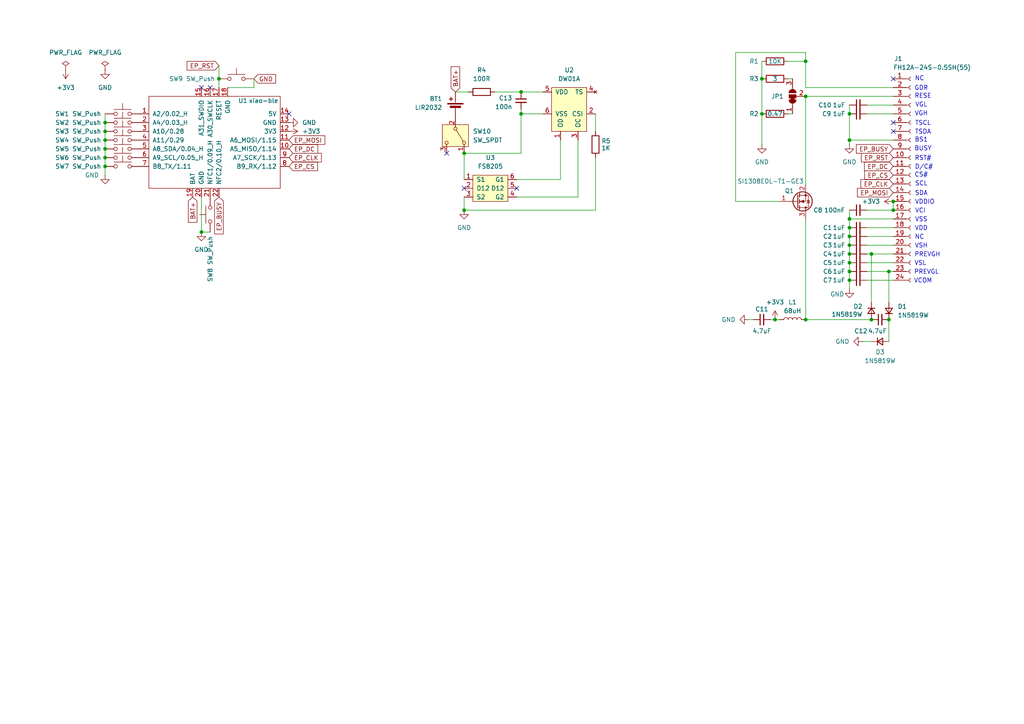
<source format=kicad_sch>
(kicad_sch (version 20250114) (generator "eeschema") (generator_version "9.0")
  (paper "A4")
  (lib_symbols
    (symbol "Connector:Conn_01x24_Socket" (pin_names (offset 1.016) (hide yes))
      (property "Reference" "J" (at 0 30.48 0))
      (property "Value" "Conn_01x24_Socket" (at 0 -33.02 0))
      (symbol "Conn_01x24_Socket_1_1"
        (polyline (pts (xy -1.27 27.94) (xy -0.508 27.94)) (stroke (width 0.1524)))
        (polyline (pts (xy -1.27 25.4) (xy -0.508 25.4)) (stroke (width 0.1524)))
        (polyline (pts (xy -1.27 22.86) (xy -0.508 22.86)) (stroke (width 0.1524)))
        (polyline (pts (xy -1.27 20.32) (xy -0.508 20.32)) (stroke (width 0.1524)))
        (polyline (pts (xy -1.27 17.78) (xy -0.508 17.78)) (stroke (width 0.1524)))
        (polyline (pts (xy -1.27 15.24) (xy -0.508 15.24)) (stroke (width 0.1524)))
        (polyline (pts (xy -1.27 12.7) (xy -0.508 12.7)) (stroke (width 0.1524)))
        (polyline (pts (xy -1.27 10.16) (xy -0.508 10.16)) (stroke (width 0.1524)))
        (polyline (pts (xy -1.27 7.62) (xy -0.508 7.62)) (stroke (width 0.1524)))
        (polyline (pts (xy -1.27 5.08) (xy -0.508 5.08)) (stroke (width 0.1524)))
        (polyline (pts (xy -1.27 2.54) (xy -0.508 2.54)) (stroke (width 0.1524)))
        (polyline (pts (xy -1.27 0) (xy -0.508 0)) (stroke (width 0.1524)))
        (polyline (pts (xy -1.27 -2.54) (xy -0.508 -2.54)) (stroke (width 0.1524)))
        (polyline (pts (xy -1.27 -5.08) (xy -0.508 -5.08)) (stroke (width 0.1524)))
        (polyline (pts (xy -1.27 -7.62) (xy -0.508 -7.62)) (stroke (width 0.1524)))
        (polyline (pts (xy -1.27 -10.16) (xy -0.508 -10.16)) (stroke (width 0.1524)))
        (polyline (pts (xy -1.27 -12.7) (xy -0.508 -12.7)) (stroke (width 0.1524)))
        (polyline (pts (xy -1.27 -15.24) (xy -0.508 -15.24)) (stroke (width 0.1524)))
        (polyline (pts (xy -1.27 -17.78) (xy -0.508 -17.78)) (stroke (width 0.1524)))
        (polyline (pts (xy -1.27 -20.32) (xy -0.508 -20.32)) (stroke (width 0.1524)))
        (polyline (pts (xy -1.27 -22.86) (xy -0.508 -22.86)) (stroke (width 0.1524)))
        (polyline (pts (xy -1.27 -25.4) (xy -0.508 -25.4)) (stroke (width 0.1524)))
        (polyline (pts (xy -1.27 -27.94) (xy -0.508 -27.94)) (stroke (width 0.1524)))
        (polyline (pts (xy -1.27 -30.48) (xy -0.508 -30.48)) (stroke (width 0.1524)))
        (arc (start 0 27.432) (mid -0.5058 27.94) (end 0 28.448) (stroke (width 0.1524)))
        (arc (start 0 24.892) (mid -0.5058 25.4) (end 0 25.908) (stroke (width 0.1524)))
        (arc (start 0 22.352) (mid -0.5058 22.86) (end 0 23.368) (stroke (width 0.1524)))
        (arc (start 0 19.812) (mid -0.5058 20.32) (end 0 20.828) (stroke (width 0.1524)))
        (arc (start 0 17.272) (mid -0.5058 17.78) (end 0 18.288) (stroke (width 0.1524)))
        (arc (start 0 14.732) (mid -0.5058 15.24) (end 0 15.748) (stroke (width 0.1524)))
        (arc (start 0 12.192) (mid -0.5058 12.7) (end 0 13.208) (stroke (width 0.1524)))
        (arc (start 0 9.652) (mid -0.5058 10.16) (end 0 10.668) (stroke (width 0.1524)))
        (arc (start 0 7.112) (mid -0.5058 7.62) (end 0 8.128) (stroke (width 0.1524)))
        (arc (start 0 4.572) (mid -0.5058 5.08) (end 0 5.588) (stroke (width 0.1524)))
        (arc (start 0 2.032) (mid -0.5058 2.54) (end 0 3.048) (stroke (width 0.1524)))
        (arc (start 0 -0.508) (mid -0.5058 0) (end 0 0.508) (stroke (width 0.1524)))
        (arc (start 0 -3.048) (mid -0.5058 -2.54) (end 0 -2.032) (stroke (width 0.1524)))
        (arc (start 0 -5.588) (mid -0.5058 -5.08) (end 0 -4.572) (stroke (width 0.1524)))
        (arc (start 0 -8.128) (mid -0.5058 -7.62) (end 0 -7.112) (stroke (width 0.1524)))
        (arc (start 0 -10.668) (mid -0.5058 -10.16) (end 0 -9.652) (stroke (width 0.1524)))
        (arc (start 0 -13.208) (mid -0.5058 -12.7) (end 0 -12.192) (stroke (width 0.1524)))
        (arc (start 0 -15.748) (mid -0.5058 -15.24) (end 0 -14.732) (stroke (width 0.1524)))
        (arc (start 0 -18.288) (mid -0.5058 -17.78) (end 0 -17.272) (stroke (width 0.1524)))
        (arc (start 0 -20.828) (mid -0.5058 -20.32) (end 0 -19.812) (stroke (width 0.1524)))
        (arc (start 0 -23.368) (mid -0.5058 -22.86) (end 0 -22.352) (stroke (width 0.1524)))
        (arc (start 0 -25.908) (mid -0.5058 -25.4) (end 0 -24.892) (stroke (width 0.1524)))
        (arc (start 0 -28.448) (mid -0.5058 -27.94) (end 0 -27.432) (stroke (width 0.1524)))
        (arc (start 0 -30.988) (mid -0.5058 -30.48) (end 0 -29.972) (stroke (width 0.1524)))
        (pin passive line (at -5.08 27.94 0) (length 3.81) (name "Pin_1") (number "1"))
        (pin passive line (at -5.08 25.4 0) (length 3.81) (name "Pin_2") (number "2"))
        (pin passive line (at -5.08 22.86 0) (length 3.81) (name "Pin_3") (number "3"))
        (pin passive line (at -5.08 20.32 0) (length 3.81) (name "Pin_4") (number "4"))
        (pin passive line (at -5.08 17.78 0) (length 3.81) (name "Pin_5") (number "5"))
        (pin passive line (at -5.08 15.24 0) (length 3.81) (name "Pin_6") (number "6"))
        (pin passive line (at -5.08 12.7 0) (length 3.81) (name "Pin_7") (number "7"))
        (pin passive line (at -5.08 10.16 0) (length 3.81) (name "Pin_8") (number "8"))
        (pin passive line (at -5.08 7.62 0) (length 3.81) (name "Pin_9") (number "9"))
        (pin passive line (at -5.08 5.08 0) (length 3.81) (name "Pin_10") (number "10"))
        (pin passive line (at -5.08 2.54 0) (length 3.81) (name "Pin_11") (number "11"))
        (pin passive line (at -5.08 0 0) (length 3.81) (name "Pin_12") (number "12"))
        (pin passive line (at -5.08 -2.54 0) (length 3.81) (name "Pin_13") (number "13"))
        (pin passive line (at -5.08 -5.08 0) (length 3.81) (name "Pin_14") (number "14"))
        (pin passive line (at -5.08 -7.62 0) (length 3.81) (name "Pin_15") (number "15"))
        (pin passive line (at -5.08 -10.16 0) (length 3.81) (name "Pin_16") (number "16"))
        (pin passive line (at -5.08 -12.7 0) (length 3.81) (name "Pin_17") (number "17"))
        (pin passive line (at -5.08 -15.24 0) (length 3.81) (name "Pin_18") (number "18"))
        (pin passive line (at -5.08 -17.78 0) (length 3.81) (name "Pin_19") (number "19"))
        (pin passive line (at -5.08 -20.32 0) (length 3.81) (name "Pin_20") (number "20"))
        (pin passive line (at -5.08 -22.86 0) (length 3.81) (name "Pin_21") (number "21"))
        (pin passive line (at -5.08 -25.4 0) (length 3.81) (name "Pin_22") (number "22"))
        (pin passive line (at -5.08 -27.94 0) (length 3.81) (name "Pin_23") (number "23"))
        (pin passive line (at -5.08 -30.48 0) (length 3.81) (name "Pin_24") (number "24"))
      )
    )
    (symbol "Device:Battery_Cell" (pin_numbers (hide yes)) (pin_names (offset 0) (hide yes))
      (property "Reference" "BT" (at 2.54 2.54 0))
      (property "Value" "Battery_Cell" (at 2.54 0 0))
      (symbol "Battery_Cell_0_1"
        (rectangle (start -2.286 1.778) (end 2.286 1.524) (fill (type outline)))
        (rectangle (start -1.524 1.016) (end 1.524 0.508) (fill (type outline)))
        (polyline (pts (xy 0 1.778) (xy 0 2.54)))
        (polyline (pts (xy 0 0.762) (xy 0 0)))
        (polyline (pts (xy 0.762 3.048) (xy 1.778 3.048)) (stroke (width 0.254)))
        (polyline (pts (xy 1.27 3.556) (xy 1.27 2.54)) (stroke (width 0.254)))
      )
      (symbol "Battery_Cell_1_1"
        (pin passive line (at 0 5.08 270) (length 2.54) (name "+") (number "1"))
        (pin passive line (at 0 -2.54 90) (length 2.54) (name "-") (number "2"))
      )
    )
    (symbol "Device:C_Small" (pin_numbers (hide yes)) (pin_names (offset 0.254) (hide yes))
      (property "Reference" "C" (at 0.254 1.778 0))
      (property "Value" "C_Small" (at 0.254 -2.032 0))
      (symbol "C_Small_0_1"
        (polyline (pts (xy -1.524 0.508) (xy 1.524 0.508)) (stroke (width 0.3048)))
        (polyline (pts (xy -1.524 -0.508) (xy 1.524 -0.508)) (stroke (width 0.3302)))
      )
      (symbol "C_Small_1_1"
        (pin passive line (at 0 2.54 270) (length 2.032) (name "~") (number "1"))
        (pin passive line (at 0 -2.54 90) (length 2.032) (name "~") (number "2"))
      )
    )
    (symbol "Device:D_Small" (pin_numbers (hide yes)) (pin_names (offset 0.254) (hide yes))
      (property "Reference" "D" (at -1.27 2.032 0))
      (property "Value" "D_Small" (at -3.81 -2.032 0))
      (symbol "D_Small_0_1"
        (polyline (pts (xy -0.762 0) (xy 0.762 0)))
        (polyline (pts (xy -0.762 -1.016) (xy -0.762 1.016)) (stroke (width 0.254)))
        (polyline (pts (xy 0.762 -1.016) (xy -0.762 0) (xy 0.762 1.016) (xy 0.762 -1.016)) (stroke (width 0.254)))
      )
      (symbol "D_Small_1_1"
        (pin passive line (at -2.54 0 0) (length 1.778) (name "K") (number "1"))
        (pin passive line (at 2.54 0 180) (length 1.778) (name "A") (number "2"))
      )
    )
    (symbol "Device:L" (pin_numbers (hide yes)) (pin_names (offset 1.016) (hide yes))
      (property "Reference" "L" (at -1.27 0 90))
      (property "Value" "L" (at 1.905 0 90))
      (symbol "L_0_1"
        (arc (start 0 2.54) (mid 0.6323 1.905) (end 0 1.27))
        (arc (start 0 1.27) (mid 0.6323 0.635) (end 0 0))
        (arc (start 0 0) (mid 0.6323 -0.635) (end 0 -1.27))
        (arc (start 0 -1.27) (mid 0.6323 -1.905) (end 0 -2.54))
      )
      (symbol "L_1_1"
        (pin passive line (at 0 3.81 270) (length 1.27) (name "1") (number "1"))
        (pin passive line (at 0 -3.81 90) (length 1.27) (name "2") (number "2"))
      )
    )
    (symbol "Device:R" (pin_numbers (hide yes)) (pin_names (offset 0))
      (property "Reference" "R" (at 2.032 0 90))
      (property "Value" "R" (at 0 0 90))
      (symbol "R_0_1"
        (rectangle (start -1.016 -2.54) (end 1.016 2.54) (stroke (width 0.254)))
      )
      (symbol "R_1_1"
        (pin passive line (at 0 3.81 270) (length 1.27) (name "~") (number "1"))
        (pin passive line (at 0 -3.81 90) (length 1.27) (name "~") (number "2"))
      )
    )
    (symbol "Jumper:SolderJumper_3_Bridged12" (pin_names (offset 0) (hide yes)) (in_bom no)
      (property "Reference" "JP" (at -2.54 -2.54 0))
      (property "Value" "SolderJumper_3_Bridged12" (at 0 2.794 0))
      (symbol "SolderJumper_3_Bridged12_0_1"
        (polyline (pts (xy -2.54 0) (xy -2.032 0)))
        (polyline (pts (xy -1.016 1.016) (xy -1.016 -1.016)))
        (rectangle (start -1.016 0.508) (end -0.508 -0.508) (fill (type outline)))
        (arc (start -1.016 -1.016) (mid -2.0276 0) (end -1.016 1.016))
        (arc (start -1.016 -1.016) (mid -2.0276 0) (end -1.016 1.016) (fill (type outline)))
        (rectangle (start -0.508 1.016) (end 0.508 -1.016) (fill (type outline)))
        (polyline (pts (xy 0 -1.27) (xy 0 -1.016)))
        (arc (start 1.016 1.016) (mid 2.0276 0) (end 1.016 -1.016))
        (arc (start 1.016 1.016) (mid 2.0276 0) (end 1.016 -1.016) (fill (type outline)))
        (polyline (pts (xy 1.016 1.016) (xy 1.016 -1.016)))
        (polyline (pts (xy 2.54 0) (xy 2.032 0)))
      )
      (symbol "SolderJumper_3_Bridged12_1_1"
        (pin passive line (at -5.08 0 0) (length 2.54) (name "A") (number "1"))
        (pin passive line (at 0 -3.81 90) (length 2.54) (name "C") (number "2"))
        (pin passive line (at 5.08 0 180) (length 2.54) (name "B") (number "3"))
      )
    )
    (symbol "PCM_marbastlib-various:DW01A" (pin_names (offset 1.016))
      (property "Reference" "U" (at -5.08 7.62 0))
      (property "Value" "DW01A" (at 2.54 7.62 0))
      (symbol "DW01A_0_1"
        (rectangle (start -5.08 6.35) (end 5.08 -6.35) (fill (type background)))
      )
      (symbol "DW01A_1_1"
        (pin power_in line (at -7.62 5.08 0) (length 2.54) (name "VDD") (number "5"))
        (pin power_in line (at -7.62 -1.27 0) (length 2.54) (name "VSS") (number "6"))
        (pin output line (at -2.54 -8.89 90) (length 2.54) (name "OD") (number "1"))
        (pin output line (at 2.54 -8.89 90) (length 2.54) (name "OC") (number "3"))
        (pin no_connect line (at 7.62 5.08 180) (length 2.54) (name "TS") (number "4"))
        (pin input line (at 7.62 -1.27 180) (length 2.54) (name "CSI") (number "2"))
      )
    )
    (symbol "PCM_marbastlib-various:FS8205" (pin_names (offset 1.016))
      (property "Reference" "U" (at -3.81 5.08 0))
      (property "Value" "FS8205" (at -1.27 -5.08 0))
      (symbol "FS8205_0_1"
        (rectangle (start -5.08 3.81) (end 5.08 -3.81) (fill (type background)))
      )
      (symbol "FS8205_1_1"
        (pin power_in line (at -7.62 2.54 0) (length 2.54) (name "S1") (number "1"))
        (pin power_in line (at -7.62 0 0) (length 2.54) (name "D12") (number "2"))
        (pin power_in line (at -7.62 -2.54 0) (length 2.54) (name "S2") (number "3"))
        (pin input line (at 7.62 2.54 180) (length 2.54) (name "G1") (number "6"))
        (pin power_in line (at 7.62 0 180) (length 2.54) (name "D12") (number "5"))
        (pin input line (at 7.62 -2.54 180) (length 2.54) (name "G2") (number "4"))
      )
    )
    (symbol "Switch:SW_Push" (pin_numbers (hide yes)) (pin_names (offset 1.016) (hide yes))
      (property "Reference" "SW" (at 1.27 2.54 0))
      (property "Value" "SW_Push" (at 0 -1.524 0))
      (symbol "SW_Push_0_1"
        (circle (center -2.032 0) (radius 0.508))
        (polyline (pts (xy 0 1.27) (xy 0 3.048)))
        (circle (center 2.032 0) (radius 0.508))
        (polyline (pts (xy 2.54 1.27) (xy -2.54 1.27)))
        (pin passive line (at -5.08 0 0) (length 2.54) (name "1") (number "1"))
        (pin passive line (at 5.08 0 180) (length 2.54) (name "2") (number "2"))
      )
    )
    (symbol "Switch:SW_SPDT" (pin_names (offset 0) (hide yes))
      (property "Reference" "SW" (at 0 5.08 0))
      (property "Value" "SW_SPDT" (at 0 -5.08 0))
      (symbol "SW_SPDT_0_1"
        (circle (center -2.032 0) (radius 0.4572))
        (polyline (pts (xy -1.651 0.254) (xy 1.651 2.286)))
        (circle (center 2.032 2.54) (radius 0.4572))
        (circle (center 2.032 -2.54) (radius 0.4572))
      )
      (symbol "SW_SPDT_1_1"
        (rectangle (start -3.175 3.81) (end 3.175 -3.81) (fill (type background)))
        (pin passive line (at -5.08 0 0) (length 2.54) (name "B") (number "2"))
        (pin passive line (at 5.08 2.54 180) (length 2.54) (name "A") (number "1"))
        (pin passive line (at 5.08 -2.54 180) (length 2.54) (name "C") (number "3"))
      )
    )
    (symbol "Transistor_FET:2N7002" (pin_names (hide yes))
      (property "Reference" "Q" (at 5.08 1.905 0))
      (property "Value" "2N7002" (at 5.08 0 0))
      (symbol "2N7002_0_1"
        (polyline (pts (xy 0.254 1.905) (xy 0.254 -1.905)) (stroke (width 0.254)))
        (polyline (pts (xy 0.254 0) (xy -2.54 0)))
        (polyline (pts (xy 0.762 2.286) (xy 0.762 1.27)) (stroke (width 0.254)))
        (polyline (pts (xy 0.762 0.508) (xy 0.762 -0.508)) (stroke (width 0.254)))
        (polyline (pts (xy 0.762 -1.27) (xy 0.762 -2.286)) (stroke (width 0.254)))
        (polyline (pts (xy 0.762 -1.778) (xy 3.302 -1.778) (xy 3.302 1.778) (xy 0.762 1.778)))
        (polyline (pts (xy 1.016 0) (xy 2.032 0.381) (xy 2.032 -0.381) (xy 1.016 0)) (fill (type outline)))
        (circle (center 1.651 0) (radius 2.794) (stroke (width 0.254)))
        (polyline (pts (xy 2.54 2.54) (xy 2.54 1.778)))
        (circle (center 2.54 1.778) (radius 0.254) (fill (type outline)))
        (circle (center 2.54 -1.778) (radius 0.254) (fill (type outline)))
        (polyline (pts (xy 2.54 -2.54) (xy 2.54 0) (xy 0.762 0)))
        (polyline (pts (xy 2.794 0.508) (xy 2.921 0.381) (xy 3.683 0.381) (xy 3.81 0.254)))
        (polyline (pts (xy 3.302 0.381) (xy 2.921 -0.254) (xy 3.683 -0.254) (xy 3.302 0.381)))
      )
      (symbol "2N7002_1_1"
        (pin input line (at -5.08 0 0) (length 2.54) (name "G") (number "1"))
        (pin passive line (at 2.54 5.08 270) (length 2.54) (name "D") (number "3"))
        (pin passive line (at 2.54 -5.08 90) (length 2.54) (name "S") (number "2"))
      )
    )
    (symbol "power:+3V3" (power) (pin_numbers (hide yes)) (pin_names (offset 0) (hide yes))
      (property "Value" "+3V3" (at 0 3.556 0))
      (symbol "+3V3_0_1"
        (polyline (pts (xy -0.762 1.27) (xy 0 2.54)))
        (polyline (pts (xy 0 2.54) (xy 0.762 1.27)))
        (polyline (pts (xy 0 0) (xy 0 2.54)))
      )
      (symbol "+3V3_1_1"
        (pin power_in line (at 0 0 90) (length 0) (name "~") (number "1"))
      )
    )
    (symbol "power:GND" (power) (pin_numbers (hide yes)) (pin_names (offset 0) (hide yes))
      (property "Value" "GND" (at 0 -3.81 0))
      (symbol "GND_0_1"
        (polyline (pts (xy 0 0) (xy 0 -1.27) (xy 1.27 -1.27) (xy 0 -2.54) (xy -1.27 -1.27) (xy 0 -1.27)))
      )
      (symbol "GND_1_1"
        (pin power_in line (at 0 0 270) (length 0) (name "~") (number "1"))
      )
    )
    (symbol "power:PWR_FLAG" (power) (pin_numbers (hide yes)) (pin_names (offset 0) (hide yes))
      (property "Value" "PWR_FLAG" (at 0 3.81 0))
      (symbol "PWR_FLAG_0_0"
        (pin power_out line (at 0 0 90) (length 0) (name "~") (number "1"))
      )
      (symbol "PWR_FLAG_0_1"
        (polyline (pts (xy 0 0) (xy 0 1.27) (xy -1.016 1.905) (xy 0 2.54) (xy 1.016 1.905) (xy 0 1.27)))
      )
    )
    (symbol "xiao-ble:xiao-ble" (pin_names (offset 1.016))
      (property "Reference" "U1" (at 5.8294 17.78 0))
      (property "Value" "xiao-ble" (at 5.8294 15.24 0))
      (symbol "xiao-ble_0_1"
        (rectangle (start -19.05 12.7) (end 19.05 -13.97))
      )
      (symbol "xiao-ble_1_1"
        (pin bidirectional line (at -21.59 7.62 0) (length 2.54) (name "A2/0.02_H") (number "1"))
        (pin bidirectional line (at -21.59 5.08 0) (length 2.54) (name "A4/0.03_H") (number "2"))
        (pin bidirectional line (at -21.59 2.54 0) (length 2.54) (name "A10/0.28") (number "3"))
        (pin bidirectional line (at -21.59 0 0) (length 2.54) (name "A11/0.29") (number "4"))
        (pin bidirectional line (at -21.59 -2.54 0) (length 2.54) (name "A8_SDA/0.04_H") (number "5"))
        (pin bidirectional line (at -21.59 -5.08 0) (length 2.54) (name "A9_SCL/0.05_H") (number "6"))
        (pin bidirectional line (at -21.59 -7.62 0) (length 2.54) (name "B8_TX/1.11") (number "7"))
        (pin bidirectional line (at -6.35 -16.51 90) (length 2.54) (name "BAT") (number "19"))
        (pin input line (at -3.81 15.24 270) (length 2.54) (name "A31_SWDIO") (number "15"))
        (pin power_out line (at -3.81 -16.51 90) (length 2.54) (name "GND") (number "20"))
        (pin input line (at -1.27 15.24 270) (length 2.54) (name "A30_SWCLK") (number "16"))
        (pin bidirectional line (at -1.27 -16.51 90) (length 2.54) (name "NFC1/0.09_H") (number "21"))
        (pin input line (at 1.27 15.24 270) (length 2.54) (name "RESET") (number "17"))
        (pin bidirectional line (at 1.27 -16.51 90) (length 2.54) (name "NFC2/0.10_H") (number "22"))
        (pin power_out line (at 3.81 15.24 270) (length 2.54) (name "GND") (number "18"))
        (pin power_out line (at 21.59 7.62 180) (length 2.54) (name "5V") (number "14"))
        (pin power_out line (at 21.59 5.08 180) (length 2.54) (name "GND") (number "13"))
        (pin power_out line (at 21.59 2.54 180) (length 2.54) (name "3V3") (number "12"))
        (pin bidirectional line (at 21.59 0 180) (length 2.54) (name "A6_MOSI/1.15") (number "11"))
        (pin bidirectional line (at 21.59 -2.54 180) (length 2.54) (name "A5_MISO/1.14") (number "10"))
        (pin bidirectional line (at 21.59 -5.08 180) (length 2.54) (name "A7_SCK/1.13") (number "9"))
        (pin bidirectional line (at 21.59 -7.62 180) (length 2.54) (name "B9_RX/1.12") (number "8"))
      )
    )
  )
  (text "BS1" (at 267.208 40.64 0) (effects (font (size 1.27 1.27))))
  (text "VCI" (at 266.954 61.214 0) (effects (font (size 1.27 1.27))))
  (text "VSS" (at 267.208 63.754 0) (effects (font (size 1.27 1.27))))
  (text "SCL" (at 267.208 53.34 0) (effects (font (size 1.27 1.27))))
  (text "VCOM" (at 267.716 81.534 0) (effects (font (size 1.27 1.27))))
  (text "VSL" (at 266.954 76.454 0) (effects (font (size 1.27 1.27))))
  (text "BUSY" (at 267.716 43.18 0) (effects (font (size 1.27 1.27))))
  (text "PREVGL" (at 268.732 78.994 0) (effects (font (size 1.27 1.27))))
  (text "NC" (at 266.7 68.834 0) (effects (font (size 1.27 1.27))))
  (text "TSDA" (at 267.716 38.354 0) (effects (font (size 1.27 1.27))))
  (text "D/C#" (at 267.97 48.514 0) (effects (font (size 1.27 1.27))))
  (text "NC\n" (at 266.7 22.86 0) (effects (font (size 1.27 1.27))))
  (text "SDA" (at 267.208 56.134 0) (effects (font (size 1.27 1.27))))
  (text "VDDIO" (at 268.224 58.674 0) (effects (font (size 1.27 1.27))))
  (text "RST#" (at 267.716 45.974 0) (effects (font (size 1.27 1.27))))
  (text "VGL" (at 267.208 30.48 0) (effects (font (size 1.27 1.27))))
  (text "GDR" (at 267.208 25.654 0) (effects (font (size 1.27 1.27))))
  (text "CS#" (at 267.208 50.8 0) (effects (font (size 1.27 1.27))))
  (text "TSCL" (at 267.716 35.814 0) (effects (font (size 1.27 1.27))))
  (text "PREVGH" (at 268.986 73.914 0) (effects (font (size 1.27 1.27))))
  (text "VSH" (at 267.208 71.374 0) (effects (font (size 1.27 1.27))))
  (text "RESE" (at 267.716 27.94 0) (effects (font (size 1.27 1.27))))
  (text "VDD" (at 267.208 66.294 0) (effects (font (size 1.27 1.27))))
  (text "VGH" (at 267.208 33.02 0) (effects (font (size 1.27 1.27))))
  (junction (at 246.38 78.74))
  (junction (at 30.48 48.26))
  (junction (at 30.48 38.1))
  (junction (at 30.48 45.72))
  (junction (at 63.5 22.86))
  (junction (at 220.98 22.86))
  (junction (at 246.38 33.02))
  (junction (at 259.08 60.96))
  (junction (at 233.68 27.94))
  (junction (at 151.13 26.67))
  (junction (at 134.62 44.45))
  (junction (at 58.42 67.31))
  (junction (at 252.73 92.71))
  (junction (at 257.81 92.71))
  (junction (at 246.38 68.58))
  (junction (at 30.48 40.64))
  (junction (at 252.73 73.66))
  (junction (at 30.48 35.56))
  (junction (at 151.13 33.02))
  (junction (at 257.81 78.74))
  (junction (at 30.48 43.18))
  (junction (at 134.62 60.96))
  (junction (at 246.38 81.28))
  (junction (at 246.38 73.66))
  (junction (at 246.38 76.2))
  (junction (at 224.79 92.71))
  (junction (at 246.38 66.04))
  (junction (at 246.38 63.5))
  (junction (at 246.38 40.64))
  (junction (at 220.98 33.02))
  (junction (at 246.38 71.12))
  (junction (at 233.68 17.78))
  (junction (at 233.68 92.71))
  (junction (at 259.08 58.42))
  (no_connect (at 58.42 25.4))
  (no_connect (at 129.54 44.45))
  (no_connect (at 149.86 54.61))
  (no_connect (at 259.08 35.56))
  (no_connect (at 60.96 25.4))
  (no_connect (at 83.82 33.02))
  (no_connect (at 259.08 38.1))
  (no_connect (at 259.08 22.86))
  (no_connect (at 134.62 54.61))
  (wire (pts (xy 246.38 78.74) (xy 246.38 81.28)))
  (wire (pts (xy 250.19 99.06) (xy 252.73 99.06)))
  (wire (pts (xy 151.13 33.02) (xy 151.13 44.45)))
  (wire (pts (xy 246.38 81.28) (xy 246.38 83.82)))
  (wire (pts (xy 213.36 58.42) (xy 226.06 58.42)))
  (wire (pts (xy 151.13 26.67) (xy 157.48 26.67)))
  (wire (pts (xy 246.38 33.02) (xy 246.38 40.64)))
  (wire (pts (xy 233.68 17.78) (xy 233.68 15.24)))
  (wire (pts (xy 151.13 33.02) (xy 157.48 33.02)))
  (wire (pts (xy 259.08 58.42) (xy 259.08 60.96)))
  (wire (pts (xy 259.08 25.4) (xy 233.68 25.4)))
  (wire (pts (xy 220.98 22.86) (xy 220.98 33.02)))
  (wire (pts (xy 132.08 26.67) (xy 135.89 26.67)))
  (wire (pts (xy 251.46 33.02) (xy 259.08 33.02)))
  (wire (pts (xy 30.48 45.72) (xy 30.48 48.26)))
  (wire (pts (xy 257.81 78.74) (xy 259.08 78.74)))
  (wire (pts (xy 246.38 73.66) (xy 246.38 76.2)))
  (wire (pts (xy 228.6 22.86) (xy 229.87 22.86)))
  (wire (pts (xy 63.5 19.05) (xy 63.5 22.86)))
  (wire (pts (xy 149.86 57.15) (xy 167.64 57.15)))
  (wire (pts (xy 233.68 25.4) (xy 233.68 17.78)))
  (wire (pts (xy 220.98 17.78) (xy 220.98 22.86)))
  (wire (pts (xy 228.6 33.02) (xy 229.87 33.02)))
  (wire (pts (xy 233.68 15.24) (xy 213.36 15.24)))
  (wire (pts (xy 257.81 92.71) (xy 257.81 99.06)))
  (wire (pts (xy 251.46 73.66) (xy 252.73 73.66)))
  (wire (pts (xy 58.42 67.31) (xy 60.96 67.31)))
  (wire (pts (xy 233.68 53.34) (xy 233.68 27.94)))
  (wire (pts (xy 220.98 33.02) (xy 220.98 41.91)))
  (wire (pts (xy 30.48 38.1) (xy 30.48 40.64)))
  (wire (pts (xy 228.6 17.78) (xy 233.68 17.78)))
  (wire (pts (xy 246.38 68.58) (xy 246.38 71.12)))
  (wire (pts (xy 172.72 60.96) (xy 134.62 60.96)))
  (wire (pts (xy 246.38 60.96) (xy 246.38 63.5)))
  (wire (pts (xy 213.36 15.24) (xy 213.36 58.42)))
  (wire (pts (xy 246.38 30.48) (xy 246.38 33.02)))
  (wire (pts (xy 251.46 60.96) (xy 259.08 60.96)))
  (wire (pts (xy 259.08 63.5) (xy 246.38 63.5)))
  (wire (pts (xy 58.42 57.15) (xy 58.42 67.31)))
  (wire (pts (xy 233.68 63.5) (xy 233.68 92.71)))
  (wire (pts (xy 259.08 40.64) (xy 246.38 40.64)))
  (wire (pts (xy 223.52 92.71) (xy 224.79 92.71)))
  (wire (pts (xy 252.73 92.71) (xy 233.68 92.71)))
  (wire (pts (xy 246.38 76.2) (xy 246.38 78.74)))
  (wire (pts (xy 63.5 22.86) (xy 63.5 25.4)))
  (wire (pts (xy 30.48 43.18) (xy 30.48 45.72)))
  (wire (pts (xy 73.66 25.4) (xy 73.66 22.86)))
  (wire (pts (xy 252.73 73.66) (xy 259.08 73.66)))
  (wire (pts (xy 217.17 92.71) (xy 218.44 92.71)))
  (wire (pts (xy 257.81 78.74) (xy 257.81 87.63)))
  (wire (pts (xy 30.48 35.56) (xy 30.48 38.1)))
  (wire (pts (xy 162.56 40.64) (xy 162.56 52.07)))
  (wire (pts (xy 246.38 63.5) (xy 246.38 66.04)))
  (wire (pts (xy 30.48 40.64) (xy 30.48 43.18)))
  (wire (pts (xy 134.62 44.45) (xy 151.13 44.45)))
  (wire (pts (xy 149.86 52.07) (xy 162.56 52.07)))
  (wire (pts (xy 143.51 26.67) (xy 151.13 26.67)))
  (wire (pts (xy 167.64 40.64) (xy 167.64 57.15)))
  (wire (pts (xy 246.38 40.64) (xy 246.38 41.91)))
  (wire (pts (xy 251.46 68.58) (xy 259.08 68.58)))
  (wire (pts (xy 252.73 73.66) (xy 252.73 87.63)))
  (wire (pts (xy 251.46 30.48) (xy 259.08 30.48)))
  (wire (pts (xy 246.38 71.12) (xy 246.38 73.66)))
  (wire (pts (xy 134.62 57.15) (xy 134.62 60.96)))
  (wire (pts (xy 233.68 27.94) (xy 259.08 27.94)))
  (wire (pts (xy 151.13 31.75) (xy 151.13 33.02)))
  (wire (pts (xy 246.38 66.04) (xy 246.38 68.58)))
  (wire (pts (xy 251.46 71.12) (xy 259.08 71.12)))
  (wire (pts (xy 224.79 92.71) (xy 226.06 92.71)))
  (wire (pts (xy 251.46 78.74) (xy 257.81 78.74)))
  (wire (pts (xy 251.46 66.04) (xy 259.08 66.04)))
  (wire (pts (xy 251.46 81.28) (xy 259.08 81.28)))
  (wire (pts (xy 172.72 45.72) (xy 172.72 60.96)))
  (wire (pts (xy 66.04 25.4) (xy 73.66 25.4)))
  (wire (pts (xy 251.46 76.2) (xy 259.08 76.2)))
  (wire (pts (xy 134.62 44.45) (xy 134.62 52.07)))
  (wire (pts (xy 30.48 33.02) (xy 30.48 35.56)))
  (wire (pts (xy 30.48 48.26) (xy 30.48 50.8)))
  (wire (pts (xy 172.72 33.02) (xy 172.72 38.1)))
  (global_label "EP_CLK" (shape input) (at 83.82 45.72 0) (property "Intersheetrefs" "${INTERSHEET_REFS}" (effects (hide yes))))
  (global_label "GND" (shape input) (at 73.66 22.86 0) (property "Intersheetrefs" "${INTERSHEET_REFS}" (effects (hide yes))))
  (global_label "EP_RST" (shape input) (at 63.5 19.05 180) (property "Intersheetrefs" "${INTERSHEET_REFS}" (effects (hide yes))))
  (global_label "EP_DC" (shape input) (at 259.08 48.26 180) (property "Intersheetrefs" "${INTERSHEET_REFS}" (effects (hide yes))))
  (global_label "EP_BUSY" (shape input) (at 63.5 57.15 270) (property "Intersheetrefs" "${INTERSHEET_REFS}" (effects (hide yes))))
  (global_label "EP_MOSI" (shape input) (at 83.82 40.64 0) (property "Intersheetrefs" "${INTERSHEET_REFS}" (effects (hide yes))))
  (global_label "BAT+" (shape input) (at 132.08 26.67 90) (property "Intersheetrefs" "${INTERSHEET_REFS}" (effects (hide yes))))
  (global_label "EP_CS" (shape input) (at 83.82 48.26 0) (property "Intersheetrefs" "${INTERSHEET_REFS}" (effects (hide yes))))
  (global_label "EP_CLK" (shape input) (at 259.08 53.34 180) (property "Intersheetrefs" "${INTERSHEET_REFS}" (effects (hide yes))))
  (global_label "BAT+" (shape input) (at 55.88 57.15 270) (property "Intersheetrefs" "${INTERSHEET_REFS}" (effects (hide yes))))
  (global_label "EP_BUSY" (shape input) (at 259.08 43.18 180) (property "Intersheetrefs" "${INTERSHEET_REFS}" (effects (hide yes))))
  (global_label "EP_CS" (shape input) (at 259.08 50.8 180) (property "Intersheetrefs" "${INTERSHEET_REFS}" (effects (hide yes))))
  (global_label "EP_RST" (shape input) (at 259.08 45.72 180) (property "Intersheetrefs" "${INTERSHEET_REFS}" (effects (hide yes))))
  (global_label "EP_DC" (shape input) (at 83.82 43.18 0) (property "Intersheetrefs" "${INTERSHEET_REFS}" (effects (hide yes))))
  (global_label "EP_MOSI" (shape input) (at 259.08 55.88 180) (property "Intersheetrefs" "${INTERSHEET_REFS}" (effects (hide yes))))
  (symbol (lib_id "PCM_marbastlib-various:FS8205") (at 142.24 54.61 0) (unit 1)
    (property "Reference" "U3" (at 142.24 45.72 0))
    (property "Value" "FS8205" (at 142.24 48.26 0))
    (property "Footprint" "Package_TO_SOT_SMD:SOT-23-6_Handsoldering" (effects (hide yes)))
    (property "Datasheet" "https://datasheet.lcsc.com/szlcsc/Fortune-Semicon-FS8205_C32254.pdf" (effects (hide yes)))
    (property "Description" "Dual N-Channel enhancement mode power MOSFET" (effects (hide yes)))
    (property "LCSC" "C32254" (effects (hide yes)))
  )
  (symbol (lib_id "power:GND") (at 30.48 50.8 0) (unit 1)
    (property "Reference" "#PWR017" (effects (hide yes)))
    (property "Value" "GND" (at 26.67 50.8 0))
    (property "Description" "Power symbol creates a global label with name \"GND\" , ground" (effects (hide yes)))
  )
  (symbol (lib_id "Device:C_Small") (at 248.92 60.96 90) (unit 1)
    (property "Reference" "C8" (at 237.236 60.96 90))
    (property "Value" "100nF" (at 242.062 60.96 90))
    (property "Footprint" "Capacitor_SMD:C_0805_2012Metric_Pad1.18x1.45mm_HandSolder" (effects (hide yes)))
    (property "Description" "Unpolarized capacitor, small symbol" (effects (hide yes)))
  )
  (symbol (lib_id "Switch:SW_SPDT") (at 132.08 39.37 270) (unit 1)
    (property "Reference" "SW10" (at 137.16 38.0999 90) (effects (justify left)))
    (property "Value" "SW_SPDT" (at 137.16 40.6399 90) (effects (justify left)))
    (property "Footprint" "Button_Switch_SMD:SW_SPDT_PCM12" (effects (hide yes)))
    (property "Description" "Switch, single pole double throw" (effects (hide yes)))
  )
  (symbol (lib_id "Device:C_Small") (at 220.98 92.71 90) (unit 1)
    (property "Reference" "C11" (at 220.98 89.662 90))
    (property "Value" "4.7uF" (at 220.98 96.012 90))
    (property "Footprint" "Capacitor_SMD:C_0805_2012Metric_Pad1.18x1.45mm_HandSolder" (effects (hide yes)))
    (property "Description" "Unpolarized capacitor, small symbol" (effects (hide yes)))
  )
  (symbol (lib_id "power:GND") (at 58.42 67.31 0) (unit 1)
    (property "Reference" "#PWR014" (effects (hide yes)))
    (property "Value" "GND" (at 58.42 72.39 0))
    (property "Description" "Power symbol creates a global label with name \"GND\" , ground" (effects (hide yes)))
  )
  (symbol (lib_id "xiao-ble:xiao-ble") (at 62.23 40.64 0) (unit 1)
    (property "Reference" "U1" (at 69.088 29.21 0) (effects (justify left)))
    (property "Value" "xiao-ble" (at 72.136 29.21 0) (effects (justify left)))
    (property "Footprint" "Project:xiao-ble-smd-cutout-nfc" (effects (hide yes)))
  )
  (symbol (lib_id "Switch:SW_Push") (at 68.58 22.86 0) (unit 1)
    (property "Reference" "SW9" (at 51.054 22.86 0))
    (property "Value" "SW_Push" (at 58.166 22.86 0))
    (property "Footprint" "Button_Switch_SMD:SW_SPST_CK_KMS2xxGP" (effects (hide yes)))
    (property "Description" "Push button switch, generic, two pins" (effects (hide yes)))
  )
  (symbol (lib_id "Device:C_Small") (at 248.92 66.04 90) (unit 1)
    (property "Reference" "C1" (at 240.03 66.04 90))
    (property "Value" "1uF" (at 243.332 66.04 90))
    (property "Footprint" "Capacitor_SMD:C_0805_2012Metric_Pad1.18x1.45mm_HandSolder" (effects (hide yes)))
    (property "Description" "Unpolarized capacitor, small symbol" (effects (hide yes)))
  )
  (symbol (lib_id "power:GND") (at 134.62 60.96 0) (unit 1)
    (property "Reference" "#PWR08" (effects (hide yes)))
    (property "Value" "GND" (at 134.62 66.04 0))
    (property "Description" "Power symbol creates a global label with name \"GND\" , ground" (effects (hide yes)))
  )
  (symbol (lib_id "Device:D_Small") (at 257.81 90.17 90) (unit 1)
    (property "Reference" "D1" (at 260.35 88.8999 90) (effects (justify right)))
    (property "Value" "1N5819W" (at 260.35 91.4399 90) (effects (justify right)))
    (property "Footprint" "Diode_SMD:D_SOD-123F" (effects (hide yes)))
    (property "Description" "Diode, small symbol" (effects (hide yes)))
    (property "Sim.Device" "D" (effects (hide yes)))
    (property "Sim.Pins" "1=K 2=A" (effects (hide yes)))
  )
  (symbol (lib_id "Switch:SW_Push") (at 35.56 38.1 0) (unit 1)
    (property "Reference" "SW3" (at 18.034 38.1 0))
    (property "Value" "SW_Push" (at 25.146 38.1 0))
    (property "Footprint" "Button_Switch_SMD:SW_Push_SPST_NO_Alps_SKRK" (effects (hide yes)))
    (property "Description" "Push button switch, generic, two pins" (effects (hide yes)))
  )
  (symbol (lib_id "Device:R") (at 139.7 26.67 90) (unit 1)
    (property "Reference" "R4" (at 139.7 20.32 90))
    (property "Value" "100R" (at 139.7 22.86 90))
    (property "Footprint" "Resistor_SMD:R_0805_2012Metric_Pad1.20x1.40mm_HandSolder" (effects (hide yes)))
    (property "Description" "Resistor" (effects (hide yes)))
  )
  (symbol (lib_id "power:GND") (at 246.38 41.91 0) (unit 1)
    (property "Reference" "#PWR02" (effects (hide yes)))
    (property "Value" "GND" (at 246.38 46.99 0))
    (property "Description" "Power symbol creates a global label with name \"GND\" , ground" (effects (hide yes)))
  )
  (symbol (lib_id "Device:C_Small") (at 248.92 81.28 90) (unit 1)
    (property "Reference" "C7" (at 240.03 81.28 90))
    (property "Value" "1uF" (at 243.332 81.28 90))
    (property "Footprint" "Capacitor_SMD:C_0805_2012Metric_Pad1.18x1.45mm_HandSolder" (effects (hide yes)))
    (property "Description" "Unpolarized capacitor, small symbol" (effects (hide yes)))
  )
  (symbol (lib_id "power:GND") (at 30.48 20.32 0) (unit 1)
    (property "Reference" "#PWR010" (effects (hide yes)))
    (property "Value" "GND" (at 30.48 25.4 0))
    (property "Description" "Power symbol creates a global label with name \"GND\" , ground" (effects (hide yes)))
  )
  (symbol (lib_id "power:PWR_FLAG") (at 30.48 20.32 0) (unit 1)
    (property "Reference" "#FLG02" (effects (hide yes)))
    (property "Value" "PWR_FLAG" (at 30.48 15.24 0))
    (property "Description" "Special symbol for telling ERC where power comes from" (effects (hide yes)))
  )
  (symbol (lib_id "Device:C_Small") (at 248.92 73.66 90) (unit 1)
    (property "Reference" "C4" (at 240.03 73.66 90))
    (property "Value" "1uF" (at 243.332 73.66 90))
    (property "Footprint" "Capacitor_SMD:C_0805_2012Metric_Pad1.18x1.45mm_HandSolder" (effects (hide yes)))
    (property "Description" "Unpolarized capacitor, small symbol" (effects (hide yes)))
  )
  (symbol (lib_id "Device:C_Small") (at 248.92 78.74 90) (unit 1)
    (property "Reference" "C6" (at 240.03 78.74 90))
    (property "Value" "1uF" (at 243.332 78.74 90))
    (property "Footprint" "Capacitor_SMD:C_0805_2012Metric_Pad1.18x1.45mm_HandSolder" (effects (hide yes)))
    (property "Description" "Unpolarized capacitor, small symbol" (effects (hide yes)))
  )
  (symbol (lib_id "Switch:SW_Push") (at 35.56 48.26 0) (unit 1)
    (property "Reference" "SW7" (at 18.034 48.26 0))
    (property "Value" "SW_Push" (at 25.146 48.26 0))
    (property "Footprint" "Button_Switch_SMD:SW_Push_SPST_NO_Alps_SKRK" (effects (hide yes)))
    (property "Description" "Push button switch, generic, two pins" (effects (hide yes)))
  )
  (symbol (lib_id "Switch:SW_Push") (at 35.56 35.56 0) (unit 1)
    (property "Reference" "SW2" (at 18.034 35.56 0))
    (property "Value" "SW_Push" (at 25.146 35.56 0))
    (property "Footprint" "Button_Switch_SMD:SW_Push_SPST_NO_Alps_SKRK" (effects (hide yes)))
    (property "Description" "Push button switch, generic, two pins" (effects (hide yes)))
  )
  (symbol (lib_id "Device:C_Small") (at 151.13 29.21 0) (unit 1)
    (property "Reference" "C13" (at 148.59 28.448 0) (effects (justify right)))
    (property "Value" "100n" (at 148.59 30.988 0) (effects (justify right)))
    (property "Footprint" "Capacitor_SMD:C_0805_2012Metric_Pad1.18x1.45mm_HandSolder" (effects (hide yes)))
    (property "Description" "Unpolarized capacitor, small symbol" (effects (hide yes)))
  )
  (symbol (lib_id "power:+3V3") (at 83.82 38.1 270) (unit 1)
    (property "Reference" "#PWR012" (effects (hide yes)))
    (property "Value" "+3V3" (at 87.63 38.0999 90) (effects (justify left)))
    (property "Description" "Power symbol creates a global label with name \"+3V3\"" (effects (hide yes)))
  )
  (symbol (lib_id "power:+3V3") (at 19.05 20.32 180) (unit 1)
    (property "Reference" "#PWR09" (effects (hide yes)))
    (property "Value" "+3V3" (at 19.05 25.4 0))
    (property "Description" "Power symbol creates a global label with name \"+3V3\"" (effects (hide yes)))
  )
  (symbol (lib_id "Jumper:SolderJumper_3_Bridged12") (at 229.87 27.94 90) (unit 1) (in_bom no)
    (property "Reference" "JP1" (at 227.33 27.9399 90) (effects (justify left)))
    (property "Value" "SolderJumper_3_Bridged12" (effects (hide yes)))
    (property "Footprint" "Jumper:SolderJumper-3_P1.3mm_Bridged12_Pad1.0x1.5mm" (effects (hide yes)))
    (property "Description" "3-pole Solder Jumper, pins 1+2 closed/bridged" (effects (hide yes)))
  )
  (symbol (lib_id "power:GND") (at 246.38 83.82 0) (unit 1)
    (property "Reference" "#PWR01" (effects (hide yes)))
    (property "Value" "GND" (at 242.824 85.344 0))
    (property "Description" "Power symbol creates a global label with name \"GND\" , ground" (effects (hide yes)))
  )
  (symbol (lib_id "Device:C_Small") (at 255.27 92.71 90) (unit 1)
    (property "Reference" "C12" (at 249.682 96.012 90))
    (property "Value" "4.7uF" (at 254.508 96.012 90))
    (property "Footprint" "Capacitor_SMD:C_0805_2012Metric_Pad1.18x1.45mm_HandSolder" (effects (hide yes)))
    (property "Description" "Unpolarized capacitor, small symbol" (effects (hide yes)))
  )
  (symbol (lib_id "Switch:SW_Push") (at 35.56 45.72 0) (unit 1)
    (property "Reference" "SW6" (at 18.034 45.72 0))
    (property "Value" "SW_Push" (at 25.146 45.72 0))
    (property "Footprint" "Button_Switch_SMD:SW_Push_SPST_NO_Alps_SKRK" (effects (hide yes)))
    (property "Description" "Push button switch, generic, two pins" (effects (hide yes)))
  )
  (symbol (lib_id "power:GND") (at 250.19 99.06 270) (unit 1)
    (property "Reference" "#PWR05" (effects (hide yes)))
    (property "Value" "GND" (at 246.38 99.0599 90) (effects (justify right)))
    (property "Description" "Power symbol creates a global label with name \"GND\" , ground" (effects (hide yes)))
  )
  (symbol (lib_id "power:GND") (at 83.82 35.56 90) (unit 1)
    (property "Reference" "#PWR013" (effects (hide yes)))
    (property "Value" "GND" (at 87.63 35.5599 90) (effects (justify right)))
    (property "Description" "Power symbol creates a global label with name \"GND\" , ground" (effects (hide yes)))
  )
  (symbol (lib_id "Switch:SW_Push") (at 35.56 33.02 0) (unit 1)
    (property "Reference" "SW1" (at 18.034 33.02 0))
    (property "Value" "SW_Push" (at 25.146 33.02 0))
    (property "Footprint" "Button_Switch_SMD:SW_Push_SPST_NO_Alps_SKRK" (effects (hide yes)))
    (property "Description" "Push button switch, generic, two pins" (effects (hide yes)))
  )
  (symbol (lib_id "Switch:SW_Push") (at 35.56 40.64 0) (unit 1)
    (property "Reference" "SW4" (at 18.034 40.64 0))
    (property "Value" "SW_Push" (at 25.146 40.64 0))
    (property "Footprint" "Button_Switch_SMD:SW_Push_SPST_NO_Alps_SKRK" (effects (hide yes)))
    (property "Description" "Push button switch, generic, two pins" (effects (hide yes)))
  )
  (symbol (lib_id "Switch:SW_Push") (at 60.96 62.23 90) (unit 1)
    (property "Reference" "SW8" (at 60.96 79.756 0))
    (property "Value" "SW_Push" (at 60.96 72.644 0))
    (property "Footprint" "Button_Switch_SMD:SW_Push_SPST_NO_Alps_SKRK" (effects (hide yes)))
    (property "Description" "Push button switch, generic, two pins" (effects (hide yes)))
  )
  (symbol (lib_id "Connector:Conn_01x24_Socket") (at 264.16 50.8 0) (unit 1)
    (property "Reference" "J1" (at 259.334 17.018 0) (effects (justify left)))
    (property "Value" "FH12A-24S-0.5SH(55)" (at 259.08 19.558 0) (effects (justify left)))
    (property "Footprint" "Connector_FFC-FPC:Hirose_FH12-24S-0.5SH_1x24-1MP_P0.50mm_Horizontal" (effects (hide yes)))
    (property "Description" "Generic connector, single row, 01x24, script generated" (effects (hide yes)))
  )
  (symbol (lib_id "Device:R") (at 224.79 33.02 90) (unit 1)
    (property "Reference" "R2" (at 218.694 33.02 90))
    (property "Value" "0.47" (at 224.79 33.02 90))
    (property "Footprint" "Resistor_SMD:R_0805_2012Metric_Pad1.20x1.40mm_HandSolder" (effects (hide yes)))
    (property "Description" "Resistor" (effects (hide yes)))
  )
  (symbol (lib_id "power:GND") (at 220.98 41.91 0) (unit 1)
    (property "Reference" "#PWR03" (effects (hide yes)))
    (property "Value" "GND" (at 220.98 46.99 0))
    (property "Description" "Power symbol creates a global label with name \"GND\" , ground" (effects (hide yes)))
  )
  (symbol (lib_id "Device:D_Small") (at 252.73 90.17 270) (unit 1)
    (property "Reference" "D2" (at 250.19 88.9 90) (effects (justify right)))
    (property "Value" "1N5819W" (at 250.19 91.1861 90) (effects (justify right)))
    (property "Footprint" "Diode_SMD:D_SOD-123F" (effects (hide yes)))
    (property "Description" "Diode, small symbol" (effects (hide yes)))
    (property "Sim.Device" "D" (effects (hide yes)))
    (property "Sim.Pins" "1=K 2=A" (effects (hide yes)))
  )
  (symbol (lib_id "Device:Battery_Cell") (at 132.08 31.75 0) (mirror y) (unit 1)
    (property "Reference" "BT1" (at 128.27 28.6384 0) (effects (justify left)))
    (property "Value" "LIR2032" (at 128.27 31.1784 0) (effects (justify left)))
    (property "Footprint" "Battery:BatteryHolder_MPD_BC2003_1x2032" (effects (hide yes)))
    (property "Description" "Single-cell battery" (effects (hide yes)))
  )
  (symbol (lib_id "power:+3V3") (at 259.08 58.42 90) (unit 1)
    (property "Reference" "#PWR07" (effects (hide yes)))
    (property "Value" "+3V3" (at 255.27 58.4199 90) (effects (justify left)))
    (property "Description" "Power symbol creates a global label with name \"+3V3\"" (effects (hide yes)))
  )
  (symbol (lib_id "power:GND") (at 217.17 92.71 270) (unit 1)
    (property "Reference" "#PWR04" (effects (hide yes)))
    (property "Value" "GND" (at 213.36 92.7099 90) (effects (justify right)))
    (property "Description" "Power symbol creates a global label with name \"GND\" , ground" (effects (hide yes)))
  )
  (symbol (lib_id "Device:R") (at 172.72 41.91 0) (unit 1)
    (property "Reference" "R5" (at 175.768 40.894 0))
    (property "Value" "1K" (at 175.768 42.926 0))
    (property "Footprint" "Resistor_SMD:R_0805_2012Metric_Pad1.20x1.40mm_HandSolder" (effects (hide yes)))
    (property "Description" "Resistor" (effects (hide yes)))
  )
  (symbol (lib_id "Device:C_Small") (at 248.92 76.2 90) (unit 1)
    (property "Reference" "C5" (at 240.03 76.2 90))
    (property "Value" "1uF" (at 243.332 76.2 90))
    (property "Footprint" "Capacitor_SMD:C_0805_2012Metric_Pad1.18x1.45mm_HandSolder" (effects (hide yes)))
    (property "Description" "Unpolarized capacitor, small symbol" (effects (hide yes)))
  )
  (symbol (lib_id "Device:D_Small") (at 255.27 99.06 0) (unit 1)
    (property "Reference" "D3" (at 255.27 102.108 0))
    (property "Value" "1N5819W" (at 255.27 104.648 0))
    (property "Footprint" "Diode_SMD:D_SOD-123F" (effects (hide yes)))
    (property "Description" "Diode, small symbol" (effects (hide yes)))
    (property "Sim.Device" "D" (effects (hide yes)))
    (property "Sim.Pins" "1=K 2=A" (effects (hide yes)))
  )
  (symbol (lib_id "Device:R") (at 224.79 17.78 90) (unit 1)
    (property "Reference" "R1" (at 218.694 17.78 90))
    (property "Value" "10K" (at 224.79 17.78 90))
    (property "Footprint" "Resistor_SMD:R_0805_2012Metric_Pad1.20x1.40mm_HandSolder" (effects (hide yes)))
    (property "Description" "Resistor" (effects (hide yes)))
  )
  (symbol (lib_id "Device:L") (at 229.87 92.71 90) (unit 1)
    (property "Reference" "L1" (at 229.87 87.63 90))
    (property "Value" "68uH" (at 229.87 90.17 90))
    (property "Footprint" "Inductor_SMD:L_1210_3225Metric_Pad1.42x2.65mm_HandSolder" (effects (hide yes)))
    (property "Description" "Inductor" (effects (hide yes)))
  )
  (symbol (lib_id "Device:C_Small") (at 248.92 30.48 90) (unit 1)
    (property "Reference" "C10" (at 239.268 30.48 90))
    (property "Value" "1uF" (at 243.332 30.48 90))
    (property "Footprint" "Capacitor_SMD:C_0805_2012Metric_Pad1.18x1.45mm_HandSolder" (effects (hide yes)))
    (property "Description" "Unpolarized capacitor, small symbol" (effects (hide yes)))
  )
  (symbol (lib_id "Switch:SW_Push") (at 35.56 43.18 0) (unit 1)
    (property "Reference" "SW5" (at 18.034 43.18 0))
    (property "Value" "SW_Push" (at 25.146 43.18 0))
    (property "Footprint" "Button_Switch_SMD:SW_Push_SPST_NO_Alps_SKRK" (effects (hide yes)))
    (property "Description" "Push button switch, generic, two pins" (effects (hide yes)))
  )
  (symbol (lib_id "Device:C_Small") (at 248.92 71.12 90) (unit 1)
    (property "Reference" "C3" (at 240.03 71.12 90))
    (property "Value" "1uF" (at 243.332 71.12 90))
    (property "Footprint" "Capacitor_SMD:C_0805_2012Metric_Pad1.18x1.45mm_HandSolder" (effects (hide yes)))
    (property "Description" "Unpolarized capacitor, small symbol" (effects (hide yes)))
  )
  (symbol (lib_id "Device:C_Small") (at 248.92 68.58 90) (unit 1)
    (property "Reference" "C2" (at 240.03 68.58 90))
    (property "Value" "1uF" (at 243.332 68.58 90))
    (property "Footprint" "Capacitor_SMD:C_0805_2012Metric_Pad1.18x1.45mm_HandSolder" (effects (hide yes)))
    (property "Description" "Unpolarized capacitor, small symbol" (effects (hide yes)))
  )
  (symbol (lib_id "power:+3V3") (at 224.79 92.71 0) (unit 1)
    (property "Reference" "#PWR011" (effects (hide yes)))
    (property "Value" "+3V3" (at 224.79 87.63 0))
    (property "Description" "Power symbol creates a global label with name \"+3V3\"" (effects (hide yes)))
  )
  (symbol (lib_id "Device:C_Small") (at 248.92 33.02 90) (unit 1)
    (property "Reference" "C9" (at 239.776 33.02 90))
    (property "Value" "1uF" (at 243.332 33.02 90))
    (property "Footprint" "Capacitor_SMD:C_0805_2012Metric_Pad1.18x1.45mm_HandSolder" (effects (hide yes)))
    (property "Description" "Unpolarized capacitor, small symbol" (effects (hide yes)))
  )
  (symbol (lib_id "Device:R") (at 224.79 22.86 90) (unit 1)
    (property "Reference" "R3" (at 218.694 22.86 90))
    (property "Value" "3" (at 224.79 22.86 90))
    (property "Footprint" "Resistor_SMD:R_0805_2012Metric_Pad1.20x1.40mm_HandSolder" (effects (hide yes)))
    (property "Description" "Resistor" (effects (hide yes)))
  )
  (symbol (lib_id "PCM_marbastlib-various:DW01A") (at 165.1 31.75 0) (unit 1)
    (property "Reference" "U2" (at 165.1 20.32 0))
    (property "Value" "DW01A" (at 165.1 22.86 0))
    (property "Footprint" "Package_TO_SOT_SMD:SOT-23-6_Handsoldering" (effects (hide yes)))
    (property "Datasheet" "https://datasheet.lcsc.com/szlcsc/Fortune-Semicon-DW01A-G_C61503.pdf" (effects (hide yes)))
    (property "Description" "Single cell Li-Ion/Po battery protection IC" (effects (hide yes)))
    (property "LCSC" "C61503" (effects (hide yes)))
  )
  (symbol (lib_id "power:PWR_FLAG") (at 19.05 20.32 0) (unit 1)
    (property "Reference" "#FLG01" (effects (hide yes)))
    (property "Value" "PWR_FLAG" (at 19.05 15.24 0))
    (property "Description" "Special symbol for telling ERC where power comes from" (effects (hide yes)))
  )
  (symbol (lib_id "Transistor_FET:2N7002") (at 231.14 58.42 0) (mirror x) (unit 1)
    (property "Reference" "Q1" (at 227.584 55.372 0) (effects (justify left)))
    (property "Value" "SI1308EDL-T1-GE3" (at 213.868 52.578 0) (effects (justify left)))
    (property "Footprint" "Package_TO_SOT_SMD:SOT-23" (effects (hide yes)))
    (property "Datasheet" "https://www.onsemi.com/pub/Collateral/NDS7002A-D.PDF" (effects (hide yes)))
    (property "Description" "0.115A Id, 60V Vds, N-Channel MOSFET, SOT-23" (effects (hide yes)))
  )
)
</source>
